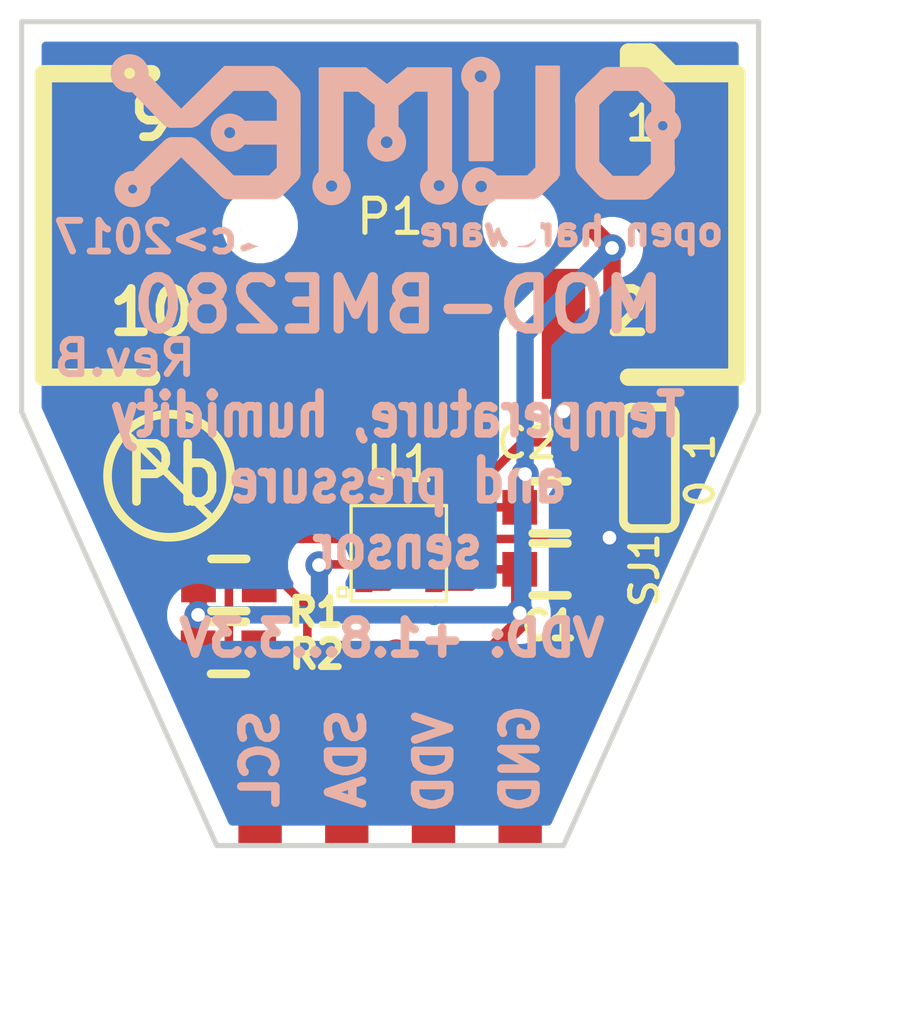
<source format=kicad_pcb>
(kicad_pcb (version 20171130) (host pcbnew 5.1.5+dfsg1-2build2)

  (general
    (thickness 1.6)
    (drawings 17)
    (tracks 100)
    (zones 0)
    (modules 13)
    (nets 12)
  )

  (page A4)
  (layers
    (0 F.Cu signal)
    (31 B.Cu signal)
    (32 B.Adhes user)
    (33 F.Adhes user)
    (34 B.Paste user)
    (35 F.Paste user)
    (36 B.SilkS user)
    (37 F.SilkS user)
    (38 B.Mask user)
    (39 F.Mask user)
    (40 Dwgs.User user)
    (41 Cmts.User user)
    (42 Eco1.User user)
    (43 Eco2.User user)
    (44 Edge.Cuts user)
    (45 Margin user)
    (46 B.CrtYd user)
    (47 F.CrtYd user)
    (48 B.Fab user)
    (49 F.Fab user)
  )

  (setup
    (last_trace_width 0.25)
    (user_trace_width 0.508)
    (user_trace_width 1.27)
    (trace_clearance 0.2)
    (zone_clearance 0.508)
    (zone_45_only no)
    (trace_min 0.2)
    (via_size 0.8)
    (via_drill 0.4)
    (via_min_size 0.4)
    (via_min_drill 0.3)
    (uvia_size 0.3)
    (uvia_drill 0.1)
    (uvias_allowed no)
    (uvia_min_size 0.2)
    (uvia_min_drill 0.1)
    (edge_width 0.15)
    (segment_width 0.2)
    (pcb_text_width 0.3)
    (pcb_text_size 1.5 1.5)
    (mod_edge_width 0.15)
    (mod_text_size 1 1)
    (mod_text_width 0.15)
    (pad_size 1.524 1.524)
    (pad_drill 0.762)
    (pad_to_mask_clearance 0.2)
    (aux_axis_origin 0 0)
    (visible_elements FFFFFF7F)
    (pcbplotparams
      (layerselection 0x010f8_ffffffff)
      (usegerberextensions false)
      (usegerberattributes false)
      (usegerberadvancedattributes false)
      (creategerberjobfile false)
      (excludeedgelayer true)
      (linewidth 0.600000)
      (plotframeref false)
      (viasonmask false)
      (mode 1)
      (useauxorigin false)
      (hpglpennumber 1)
      (hpglpenspeed 20)
      (hpglpendiameter 15.000000)
      (psnegative false)
      (psa4output false)
      (plotreference true)
      (plotvalue false)
      (plotinvisibletext false)
      (padsonsilk false)
      (subtractmaskfromsilk false)
      (outputformat 1)
      (mirror false)
      (drillshape 0)
      (scaleselection 1)
      (outputdirectory "gerbers/"))
  )

  (net 0 "")
  (net 1 "Net-(C1-Pad1)")
  (net 2 GND)
  (net 3 "Net-(P1-Pad3)")
  (net 4 "Net-(P1-Pad4)")
  (net 5 "Net-(P1-Pad7)")
  (net 6 "Net-(P1-Pad8)")
  (net 7 "Net-(P1-Pad9)")
  (net 8 "Net-(P1-Pad10)")
  (net 9 /SCL)
  (net 10 /SDA)
  (net 11 "Net-(SJ1-Pad2)")

  (net_class Default "This is the default net class."
    (clearance 0.2)
    (trace_width 0.25)
    (via_dia 0.8)
    (via_drill 0.4)
    (uvia_dia 0.3)
    (uvia_drill 0.1)
    (add_net /SCL)
    (add_net /SDA)
    (add_net GND)
    (add_net "Net-(C1-Pad1)")
    (add_net "Net-(P1-Pad10)")
    (add_net "Net-(P1-Pad3)")
    (add_net "Net-(P1-Pad4)")
    (add_net "Net-(P1-Pad7)")
    (add_net "Net-(P1-Pad8)")
    (add_net "Net-(P1-Pad9)")
    (add_net "Net-(SJ1-Pad2)")
  )

  (module OLIMEX_Connectors-FP:GBH-254-SMT-10_Smaller (layer F.Cu) (tedit 5CBD763F) (tstamp 5874C009)
    (at 105.41 72.643222)
    (path /59B630E2)
    (solder_paste_margin 0.127)
    (attr smd)
    (fp_text reference P1 (at 0 -0.253222) (layer F.SilkS)
      (effects (font (size 1 1) (thickness 0.15)))
    )
    (fp_text value Conn_02x05_Odd_Even (at 6.35 6.985) (layer F.Fab)
      (effects (font (size 1 1) (thickness 0.15)))
    )
    (fp_line (start 7.62 -5.08) (end 8.255 -4.445) (layer F.SilkS) (width 0.508))
    (fp_line (start 7.3025 -5.08) (end 7.3025 -4.445) (layer F.SilkS) (width 0.508))
    (fp_line (start 6.985 -5.08) (end 6.985 -4.445) (layer F.SilkS) (width 0.508))
    (fp_line (start 7.62 -5.08) (end 7.62 -4.445) (layer F.SilkS) (width 0.508))
    (fp_line (start 7.62 -5.08) (end 6.985 -5.08) (layer F.SilkS) (width 0.508))
    (fp_text user 10 (at -6.985 2.54) (layer F.SilkS)
      (effects (font (size 1.27 1.27) (thickness 0.254)))
    )
    (fp_text user 9 (at -6.985 -3.175) (layer F.SilkS)
      (effects (font (size 1.27 1.27) (thickness 0.254)))
    )
    (fp_text user 2 (at 6.985 2.54) (layer F.SilkS)
      (effects (font (size 1.27 1.27) (thickness 0.254)))
    )
    (fp_text user 1 (at 7.366 -2.9845) (layer F.SilkS)
      (effects (font (size 1 1) (thickness 0.15)))
    )
    (fp_line (start -10.16 -4.445) (end -6.985 -4.445) (layer F.SilkS) (width 0.508))
    (fp_line (start 10.16 -4.445) (end 6.985 -4.445) (layer F.SilkS) (width 0.508))
    (fp_line (start 6.985 4.445) (end 10.16 4.445) (layer F.SilkS) (width 0.508))
    (fp_line (start -10.16 4.445) (end -6.985 4.445) (layer F.SilkS) (width 0.508))
    (fp_line (start -10.16 -4.445) (end -10.16 4.445) (layer F.SilkS) (width 0.508))
    (fp_line (start 10.16 -4.445) (end 10.16 4.445) (layer F.SilkS) (width 0.508))
    (pad 11 smd trapezoid (at 5.08 -3.175) (size 1.7 3.81) (layers F.Paste))
    (pad 11 smd trapezoid (at 2.54 -3.175) (size 1.7 3.81) (layers F.Paste))
    (pad 11 smd trapezoid (at 0 -3.175) (size 1.7 3.81) (layers F.Paste))
    (pad 11 smd trapezoid (at -2.54 -3.175) (size 1.7 3.81) (layers F.Paste))
    (pad 11 smd trapezoid (at -5.08 -3.175) (size 1.7 3.81) (layers F.Paste))
    (pad 1 smd rect (at 5.08 -3.175) (size 1.27 3.81) (layers F.Cu F.Mask)
      (net 1 "Net-(C1-Pad1)") (solder_mask_margin 0.0508) (solder_paste_margin 0.127) (clearance 0.0508))
    (pad 2 smd rect (at 5.08 3.175) (size 1.27 3.81) (layers F.Cu F.Mask)
      (net 2 GND) (solder_mask_margin 0.0508) (solder_paste_margin 0.127) (clearance 0.0508))
    (pad 3 smd rect (at 2.54 -3.175) (size 1.27 3.81) (layers F.Cu F.Mask)
      (net 3 "Net-(P1-Pad3)") (solder_mask_margin 0.0508) (solder_paste_margin 0.127) (clearance 0.0508))
    (pad 4 smd rect (at 2.54 3.175) (size 1.27 3.81) (layers F.Cu F.Mask)
      (net 4 "Net-(P1-Pad4)") (solder_mask_margin 0.0508) (solder_paste_margin 0.127) (clearance 0.0508))
    (pad 5 smd rect (at 0 -3.175) (size 1.27 3.81) (layers F.Cu F.Mask)
      (net 9 /SCL) (solder_mask_margin 0.0508) (solder_paste_margin 0.127) (clearance 0.0508))
    (pad 6 smd rect (at 0 3.175) (size 1.27 3.81) (layers F.Cu F.Mask)
      (net 10 /SDA) (solder_mask_margin 0.0508) (solder_paste_margin 0.127) (clearance 0.0508))
    (pad 7 smd rect (at -2.54 -3.175) (size 1.27 3.81) (layers F.Cu F.Mask)
      (net 5 "Net-(P1-Pad7)") (solder_mask_margin 0.0508) (solder_paste_margin 0.127) (clearance 0.0508))
    (pad 8 smd rect (at -2.54 3.175) (size 1.27 3.81) (layers F.Cu F.Mask)
      (net 6 "Net-(P1-Pad8)") (solder_mask_margin 0.0508) (solder_paste_margin 0.127) (clearance 0.0508))
    (pad 9 smd rect (at -5.08 -3.175) (size 1.27 3.81) (layers F.Cu F.Mask)
      (net 7 "Net-(P1-Pad9)") (solder_mask_margin 0.0508) (solder_paste_margin 0.127) (clearance 0.0508))
    (pad 10 smd rect (at -5.08 3.175) (size 1.27 3.81) (layers F.Cu F.Mask)
      (net 8 "Net-(P1-Pad10)") (solder_mask_margin 0.0508) (solder_paste_margin 0.127) (clearance 0.0508))
    (pad "" np_thru_hole circle (at -3.81 0) (size 1.2 1.2) (drill 1.2) (layers *.Cu *.Mask)
      (solder_mask_margin 0.0508))
    (pad "" np_thru_hole circle (at 3.81 0) (size 1.2 1.2) (drill 1.2) (layers *.Cu *.Mask)
      (solder_mask_margin 0.0508))
    (pad 11 smd trapezoid (at -5.08 3.175) (size 1.7 3.81) (layers F.Paste))
    (pad 11 smd trapezoid (at -2.54 3.175) (size 1.7 3.81) (layers F.Paste))
    (pad 11 smd trapezoid (at 0 3.175) (size 1.7 3.81) (layers F.Paste))
    (pad 11 smd trapezoid (at 2.54 3.175) (size 1.7 3.81) (layers F.Paste))
    (pad 11 smd trapezoid (at 5.08 3.175) (size 1.7 3.81) (layers F.Paste))
    (model ${KISYS3DMOD}/UEXT-SMD.STEP
      (offset (xyz 0 0 1.27))
      (scale (xyz 1 1 1))
      (rotate (xyz -90 0 180))
    )
  )

  (module BME280 (layer F.Cu) (tedit 5964A7FF) (tstamp 59655EA8)
    (at 105.664 82.2452 180)
    (path /59648E20)
    (fp_text reference U1 (at -0.0471 2.611 180) (layer F.SilkS)
      (effects (font (size 1 1) (thickness 0.15)))
    )
    (fp_text value BME280 (at 0 -12.954 180) (layer F.Fab)
      (effects (font (size 1 1) (thickness 0.15)))
    )
    (fp_line (start -1.25 -1.25) (end 1.25 -1.25) (layer F.Fab) (width 0.1))
    (fp_line (start 1.25 -1.25) (end 1.25 1.25) (layer F.Fab) (width 0.1))
    (fp_line (start 1.25 1.25) (end -1.25 1.25) (layer F.Fab) (width 0.1))
    (fp_line (start -1.25 1.25) (end -1.25 -1.25) (layer F.Fab) (width 0.1))
    (fp_line (start 1.524 -1.27) (end 1.524 -1.016) (layer F.SilkS) (width 0.1))
    (fp_line (start 1.524 -1.016) (end 1.778 -1.016) (layer F.SilkS) (width 0.1))
    (fp_line (start 1.778 -1.016) (end 1.778 -1.27) (layer F.SilkS) (width 0.1))
    (fp_line (start 1.778 -1.27) (end 1.524 -1.27) (layer F.SilkS) (width 0.1))
    (fp_line (start -1.397 -1.397) (end 1.397 -1.397) (layer F.SilkS) (width 0.1))
    (fp_line (start 1.397 -1.397) (end 1.397 1.397) (layer F.SilkS) (width 0.1))
    (fp_line (start 1.397 1.397) (end -1.397 1.397) (layer F.SilkS) (width 0.1))
    (fp_line (start -1.397 1.397) (end -1.397 -1.397) (layer F.SilkS) (width 0.1))
    (pad 1 smd rect (at 1.025 -0.975 180) (size 0.5 0.325) (layers F.Cu F.Paste F.Mask)
      (net 2 GND) (solder_mask_margin 0.05))
    (pad 2 smd rect (at 1.025 -0.325 180) (size 0.5 0.325) (layers F.Cu F.Paste F.Mask)
      (net 1 "Net-(C1-Pad1)") (solder_mask_margin 0.05))
    (pad 3 smd rect (at 1.025 0.325 180) (size 0.5 0.325) (layers F.Cu F.Paste F.Mask)
      (net 10 /SDA) (solder_mask_margin 0.05))
    (pad 4 smd rect (at 1.025 0.975 180) (size 0.5 0.325) (layers F.Cu F.Paste F.Mask)
      (net 9 /SCL) (solder_mask_margin 0.05))
    (pad 5 smd rect (at -1.025 0.975 180) (size 0.5 0.325) (layers F.Cu F.Paste F.Mask)
      (net 11 "Net-(SJ1-Pad2)") (solder_mask_margin 0.05))
    (pad 6 smd rect (at -1.025 0.325 180) (size 0.5 0.325) (layers F.Cu F.Paste F.Mask)
      (net 1 "Net-(C1-Pad1)") (solder_mask_margin 0.05))
    (pad 7 smd rect (at -1.025 -0.325 180) (size 0.5 0.325) (layers F.Cu F.Paste F.Mask)
      (net 2 GND) (solder_mask_margin 0.05))
    (pad 8 smd rect (at -1.025 -0.975 180) (size 0.5 0.325) (layers F.Cu F.Paste F.Mask)
      (net 1 "Net-(C1-Pad1)") (solder_mask_margin 0.05))
  )

  (module OLIMEX_LOGOs-FP:LOGO_PBFREE (layer F.Cu) (tedit 553A2F23) (tstamp 5874C1B5)
    (at 99.1362 80.2894)
    (fp_text reference "" (at -0.2794 -3.52552) (layer F.Fab)
      (effects (font (size 1 1) (thickness 0.15)))
    )
    (fp_text value "" (at 0.05588 3.15214) (layer F.Fab)
      (effects (font (size 1 1) (thickness 0.15)))
    )
    (fp_circle (center -0.2032 -0.31496) (end 0.90678 -1.73482) (layer F.SilkS) (width 0.254))
    (fp_line (start -1.36398 -1.47828) (end 1.06934 0.94234) (layer F.SilkS) (width 0.2))
    (fp_text user Pb (at -0.08636 -0.33528) (layer F.SilkS)
      (effects (font (size 1.7 1.5) (thickness 0.254)))
    )
  )

  (module OLIMEX_Connectors-FP:SIP4_SMD (layer F.Cu) (tedit 5874BE03) (tstamp 5874C011)
    (at 105.41 88.9 180)
    (path /59B63183)
    (attr smd)
    (fp_text reference P2 (at 0 -3.175 180) (layer F.SilkS) hide
      (effects (font (size 1 1) (thickness 0.15)))
    )
    (fp_text value Conn_01x04 (at 3.175 3.175 180) (layer F.Fab)
      (effects (font (size 1 1) (thickness 0.15)))
    )
    (pad 1 smd rect (at -3.81 0 180) (size 1.27 3.81) (layers F.Cu F.Mask)
      (net 2 GND) (solder_mask_margin 0.0508) (solder_paste_margin -0.0508) (clearance 0.0508))
    (pad 2 smd rect (at -1.27 0 180) (size 1.27 3.81) (layers F.Cu F.Mask)
      (net 1 "Net-(C1-Pad1)") (solder_mask_margin 0.0508) (solder_paste_margin -0.0508) (clearance 0.0508))
    (pad 3 smd rect (at 1.27 0 180) (size 1.27 3.81) (layers F.Cu F.Mask)
      (net 10 /SDA) (solder_mask_margin 0.0508) (solder_paste_margin -0.0508) (clearance 0.0508))
    (pad 4 smd rect (at 3.81 0 180) (size 1.27 3.81) (layers F.Cu F.Mask)
      (net 9 /SCL) (solder_mask_margin 0.0508) (solder_paste_margin -0.0508) (clearance 0.0508))
  )

  (module OLIMEX_LOGOs-FP:OLIMEX_LOGO_TB (layer B.Cu) (tedit 5530FAE4) (tstamp 5874C10C)
    (at 105.41 69.85 180)
    (fp_text reference "" (at -2.4003 3.0607 180) (layer B.Fab) hide
      (effects (font (size 1 1) (thickness 0.15)) (justify mirror))
    )
    (fp_text value "" (at -1.6637 -3.7084 180) (layer B.Fab) hide
      (effects (font (size 1 1) (thickness 0.15)) (justify mirror))
    )
    (fp_circle (center -7.9883 0.127) (end -7.6708 0.2413) (layer B.SilkS) (width 0.4))
    (fp_line (start -8.001 0.9017) (end -7.493 1.4097) (layer B.SilkS) (width 0.7))
    (fp_line (start -6.4008 1.4859) (end -5.7658 0.8763) (layer B.SilkS) (width 0.7))
    (fp_line (start -5.7912 -1.0795) (end -6.35 -1.6637) (layer B.SilkS) (width 0.7))
    (fp_line (start -4.1656 -1.6764) (end -4.6228 -1.2192) (layer B.SilkS) (width 0.7))
    (fp_line (start -3.1798 -1.6764) (end -4.1656 -1.6764) (layer B.SilkS) (width 0.7))
    (fp_circle (center -2.667 -1.651) (end -2.4638 -1.3462) (layer B.SilkS) (width 0.4))
    (fp_line (start -2.667 1.0414) (end -2.667 -0.5588) (layer B.SilkS) (width 0.7))
    (fp_circle (center -2.6543 1.5748) (end -2.54 1.9304) (layer B.SilkS) (width 0.4))
    (fp_circle (center -1.4351 -1.6256) (end -1.1938 -1.3589) (layer B.SilkS) (width 0.4))
    (fp_line (start -1.4478 -1.1176) (end -1.4478 1.4732) (layer B.SilkS) (width 0.7))
    (fp_line (start -1.4478 1.4732) (end -0.6096 1.4732) (layer B.SilkS) (width 0.7))
    (fp_line (start -0.6096 1.4732) (end 0 0.9652) (layer B.SilkS) (width 0.7))
    (fp_line (start 0.1016 0.1778) (end 0.1016 0.889) (layer B.SilkS) (width 0.7))
    (fp_line (start 0.1778 0.9652) (end 0.8128 1.4732) (layer B.SilkS) (width 0.7))
    (fp_circle (center 0.1016 -0.3556) (end 0.3302 -0.0635) (layer B.SilkS) (width 0.4))
    (fp_line (start 0.8128 1.4732) (end 1.7018 1.4732) (layer B.SilkS) (width 0.7))
    (fp_circle (center 1.7145 -1.6383) (end 1.9304 -1.3462) (layer B.SilkS) (width 0.4))
    (fp_circle (center 7.5438 -1.7272) (end 7.8359 -1.5748) (layer B.SilkS) (width 0.4))
    (fp_line (start 7.2136 -1.3716) (end 6.3754 -0.5588) (layer B.SilkS) (width 0.7))
    (fp_line (start 5.8674 -0.4572) (end 6.4008 -0.4572) (layer B.SilkS) (width 0.5))
    (fp_line (start 4.7244 -1.6764) (end 5.8674 -0.5588) (layer B.SilkS) (width 0.7))
    (fp_line (start 3.4036 -1.6764) (end 4.7244 -1.6764) (layer B.SilkS) (width 0.7))
    (fp_line (start 2.9718 -1.2446) (end 3.4036 -1.6764) (layer B.SilkS) (width 0.7))
    (fp_line (start 2.9718 0.9906) (end 2.9718 -1.2446) (layer B.SilkS) (width 0.7))
    (fp_line (start 2.9718 1.016) (end 3.4544 1.524) (layer B.SilkS) (width 0.7))
    (fp_line (start 3.5025 1.4986) (end 4.7244 1.4986) (layer B.SilkS) (width 0.7))
    (fp_line (start 4.7244 1.4986) (end 5.8166 0.4318) (layer B.SilkS) (width 0.7))
    (fp_line (start 5.842 0.3175) (end 6.4008 0.3175) (layer B.SilkS) (width 0.5))
    (fp_line (start 7.2644 1.3081) (end 6.4008 0.4144) (layer B.SilkS) (width 0.7))
    (fp_circle (center 7.6327 1.6637) (end 7.9375 1.8542) (layer B.SilkS) (width 0.4))
    (fp_line (start 4.191 -0.0762) (end 2.9718 -0.0762) (layer B.SilkS) (width 0.7))
    (fp_circle (center 4.699 -0.0762) (end 4.9657 0.1651) (layer B.SilkS) (width 0.4))
    (fp_line (start -7.4295 -1.6891) (end -6.3881 -1.6891) (layer B.SilkS) (width 0.7))
    (fp_line (start -7.9883 -1.1303) (end -7.9883 -0.3683) (layer B.SilkS) (width 0.7))
    (fp_line (start -8.001 -1.1176) (end -7.4168 -1.6891) (layer B.SilkS) (width 0.7))
    (fp_line (start -8.001 0.8509) (end -8.001 0.6096) (layer B.SilkS) (width 0.7))
    (fp_line (start -5.7785 0.889) (end -5.7785 -1.0414) (layer B.SilkS) (width 0.7))
    (fp_line (start -6.4008 1.4986) (end -7.4041 1.4986) (layer B.SilkS) (width 0.7))
    (fp_line (start 1.7145 1.4859) (end 1.7145 -1.1176) (layer B.SilkS) (width 0.7))
    (fp_line (start -4.6228 -1.2319) (end -4.6228 1.4986) (layer B.SilkS) (width 0.7))
    (fp_line (start -4.6228 1.8415) (end -4.9022 1.8415) (layer B.SilkS) (width 0.1))
    (fp_line (start -4.9276 1.8415) (end -4.9276 -1.3081) (layer B.SilkS) (width 0.1))
    (fp_line (start -4.9149 1.8415) (end -4.9276 1.8415) (layer B.SilkS) (width 0.1))
    (fp_line (start -4.9022 1.8415) (end -4.9149 1.8415) (layer B.SilkS) (width 0.1))
    (fp_line (start -4.7879 1.7526) (end -4.8514 1.7653) (layer B.SilkS) (width 0.1))
    (fp_line (start -4.3053 1.8415) (end -4.3053 -1.1938) (layer B.SilkS) (width 0.1))
    (fp_line (start -4.6101 1.8415) (end -4.3053 1.8415) (layer B.SilkS) (width 0.1))
    (fp_line (start -4.4831 1.7653) (end -4.3688 1.7653) (layer B.SilkS) (width 0.1))
    (fp_line (start -2.9845 1.1557) (end -2.9845 -0.8636) (layer B.SilkS) (width 0.1))
    (fp_line (start -2.3495 -0.8636) (end -2.3495 1.1557) (layer B.SilkS) (width 0.1))
    (fp_line (start -2.3749 -0.8636) (end -2.3495 -0.8636) (layer B.SilkS) (width 0.1))
    (fp_line (start -2.9845 -0.8636) (end -2.3749 -0.8636) (layer B.SilkS) (width 0.1))
    (fp_line (start -2.8448 -0.8001) (end -2.9083 -0.8001) (layer B.SilkS) (width 0.1))
    (fp_line (start -2.5019 -0.8001) (end -2.413 -0.8001) (layer B.SilkS) (width 0.1))
    (fp_line (start -1.7653 -1.2065) (end -1.7653 1.778) (layer B.SilkS) (width 0.1))
    (fp_line (start -0.5207 1.7907) (end 0.0635 1.3081) (layer B.SilkS) (width 0.1))
    (fp_line (start -1.7653 1.7907) (end -0.5207 1.7907) (layer B.SilkS) (width 0.1))
    (fp_line (start -1.6129 1.7272) (end -1.6891 1.7272) (layer B.SilkS) (width 0.1))
    (fp_line (start 2.0447 -1.2319) (end 2.0447 1.778) (layer B.SilkS) (width 0.1))
    (fp_line (start 0.7239 1.7907) (end 0.1016 1.2954) (layer B.SilkS) (width 0.1))
    (fp_line (start 0.7493 1.7907) (end 0.7239 1.7907) (layer B.SilkS) (width 0.1))
    (fp_line (start 2.0447 1.7907) (end 0.7493 1.7907) (layer B.SilkS) (width 0.1))
    (fp_line (start 2.0447 1.778) (end 2.0447 1.7907) (layer B.SilkS) (width 0.1))
    (fp_line (start 1.8923 1.7145) (end 1.9939 1.7145) (layer B.SilkS) (width 0.1))
    (fp_line (start 4.8387 1.8288) (end 6.096 0.5842) (layer B.SilkS) (width 0.1))
    (fp_line (start 4.7879 1.8288) (end 4.8387 1.8288) (layer B.SilkS) (width 0.1))
    (fp_line (start 3.4163 1.8288) (end 4.7879 1.8288) (layer B.SilkS) (width 0.1))
  )

  (module OLIMEX_Other-FP:Fiducial1x3_transp (layer F.Cu) (tedit 5540CDCA) (tstamp 5874C0FF)
    (at 113.538 71.882)
    (attr virtual)
    (fp_text reference "" (at 0 3) (layer F.SilkS)
      (effects (font (size 1 1) (thickness 0.15)))
    )
    (fp_text value "" (at 0 -3) (layer F.Fab)
      (effects (font (size 1 1) (thickness 0.15)))
    )
    (fp_circle (center 0 0) (end 1.5 0) (layer Dwgs.User) (width 0.254))
    (pad Fid1 connect circle (at 0 0) (size 1 1) (layers F.Cu F.Mask)
      (solder_mask_margin 0.127) (clearance 1.016) (zone_connect 0))
  )

  (module OLIMEX_Other-FP:Fiducial1x3_transp (layer F.Cu) (tedit 5540CDCA) (tstamp 5874C0FE)
    (at 105.5878 85.2678)
    (attr virtual)
    (fp_text reference "" (at 0 3) (layer F.SilkS)
      (effects (font (size 1 1) (thickness 0.15)))
    )
    (fp_text value "" (at 0 -3) (layer F.Fab)
      (effects (font (size 1 1) (thickness 0.15)))
    )
    (fp_circle (center 0 0) (end 1.5 0) (layer Dwgs.User) (width 0.254))
    (pad Fid1 connect circle (at 0 0) (size 1 1) (layers F.Cu F.Mask)
      (solder_mask_margin 0.127) (clearance 1.016) (zone_connect 0))
  )

  (module OLIMEX_Other-FP:Fiducial1x3_transp (layer F.Cu) (tedit 5540CDCA) (tstamp 5874C0FD)
    (at 97.282 70.104)
    (attr virtual)
    (fp_text reference "" (at 0 3) (layer F.SilkS)
      (effects (font (size 1 1) (thickness 0.15)))
    )
    (fp_text value "" (at 0 -3) (layer F.Fab)
      (effects (font (size 1 1) (thickness 0.15)))
    )
    (fp_circle (center 0 0) (end 1.5 0) (layer Dwgs.User) (width 0.254))
    (pad Fid1 connect circle (at 0 0) (size 1 1) (layers F.Cu F.Mask)
      (solder_mask_margin 0.127) (clearance 1.016) (zone_connect 0))
  )

  (module OLIMEX_RLC-FP:C_0603_5MIL_DWS (layer F.Cu) (tedit 5874BDCB) (tstamp 5874BFFB)
    (at 110.0963 82.7151)
    (descr "Resistor SMD 0603, reflow soldering, Vishay (see dcrcw.pdf)")
    (tags "resistor 0603")
    (path /5874A903)
    (attr smd)
    (fp_text reference C1 (at -0.0254 1.651) (layer F.SilkS)
      (effects (font (size 0.8 0.8) (thickness 0.2)))
    )
    (fp_text value 100nF (at 0.127 1.778) (layer F.Fab)
      (effects (font (size 1.27 1.27) (thickness 0.254)))
    )
    (fp_line (start 0.762 -0.381) (end 0 -0.381) (layer F.Fab) (width 0.15))
    (fp_line (start 0.762 0.381) (end 0.762 -0.381) (layer F.Fab) (width 0.15))
    (fp_line (start -0.762 0.381) (end 0.762 0.381) (layer F.Fab) (width 0.15))
    (fp_line (start -0.762 -0.381) (end -0.762 0.381) (layer F.Fab) (width 0.15))
    (fp_line (start 0 -0.381) (end -0.762 -0.381) (layer F.Fab) (width 0.15))
    (fp_line (start 0.508 -0.762) (end 1.651 -0.762) (layer Dwgs.User) (width 0.254))
    (fp_line (start 1.651 -0.762) (end 1.651 0.762) (layer Dwgs.User) (width 0.254))
    (fp_line (start 1.651 0.762) (end 0.508 0.762) (layer Dwgs.User) (width 0.254))
    (fp_line (start -0.508 -0.762) (end -1.651 -0.762) (layer Dwgs.User) (width 0.254))
    (fp_line (start -1.651 -0.762) (end -1.651 0.762) (layer Dwgs.User) (width 0.254))
    (fp_line (start -1.651 0.762) (end -0.508 0.762) (layer Dwgs.User) (width 0.254))
    (fp_line (start -0.508 0.762) (end 0.508 0.762) (layer F.SilkS) (width 0.254))
    (fp_line (start -0.508 -0.762) (end 0.508 -0.762) (layer F.SilkS) (width 0.254))
    (pad 1 smd rect (at -0.889 0) (size 1.016 1.016) (layers F.Cu F.Paste F.Mask)
      (net 1 "Net-(C1-Pad1)") (solder_mask_margin 0.0508) (clearance 0.0508))
    (pad 2 smd rect (at 0.889 0) (size 1.016 1.016) (layers F.Cu F.Paste F.Mask)
      (net 2 GND) (solder_mask_margin 0.0508) (clearance 0.0508))
    (model Resistors_SMD/R_0603.wrl
      (at (xyz 0 0 0))
      (scale (xyz 1 1 1))
      (rotate (xyz 0 0 0))
    )
  )

  (module OLIMEX_RLC-FP:R_0603_5MIL_DWS (layer F.Cu) (tedit 5874BDAE) (tstamp 5874C017)
    (at 100.6729 85.0138)
    (descr "Resistor SMD 0603, reflow soldering, Vishay (see dcrcw.pdf)")
    (tags "resistor 0603")
    (path /5874A929)
    (attr smd)
    (fp_text reference R1 (at 2.5654 -1.0414) (layer F.SilkS)
      (effects (font (size 0.8 0.8) (thickness 0.2)))
    )
    (fp_text value 4.7K (at 0.127 1.778) (layer F.Fab)
      (effects (font (size 1.27 1.27) (thickness 0.254)))
    )
    (fp_line (start 0.762 -0.381) (end 0 -0.381) (layer F.Fab) (width 0.127))
    (fp_line (start 0.762 0.381) (end 0.762 -0.381) (layer F.Fab) (width 0.127))
    (fp_line (start -0.762 0.381) (end 0.762 0.381) (layer F.Fab) (width 0.127))
    (fp_line (start -0.762 -0.381) (end -0.762 0.381) (layer F.Fab) (width 0.127))
    (fp_line (start 0 -0.381) (end -0.762 -0.381) (layer F.Fab) (width 0.127))
    (fp_line (start 0.508 -0.762) (end 1.651 -0.762) (layer Dwgs.User) (width 0.254))
    (fp_line (start 1.651 -0.762) (end 1.651 0.762) (layer Dwgs.User) (width 0.254))
    (fp_line (start 1.651 0.762) (end 0.508 0.762) (layer Dwgs.User) (width 0.254))
    (fp_line (start -0.508 -0.762) (end -1.651 -0.762) (layer Dwgs.User) (width 0.254))
    (fp_line (start -1.651 -0.762) (end -1.651 0.762) (layer Dwgs.User) (width 0.254))
    (fp_line (start -1.651 0.762) (end -0.508 0.762) (layer Dwgs.User) (width 0.254))
    (fp_line (start -0.508 0.762) (end 0.508 0.762) (layer F.SilkS) (width 0.254))
    (fp_line (start -0.508 -0.762) (end 0.508 -0.762) (layer F.SilkS) (width 0.254))
    (pad 1 smd rect (at -0.889 0) (size 1.016 1.016) (layers F.Cu F.Paste F.Mask)
      (net 1 "Net-(C1-Pad1)") (solder_mask_margin 0.0508))
    (pad 2 smd rect (at 0.889 0) (size 1.016 1.016) (layers F.Cu F.Paste F.Mask)
      (net 9 /SCL) (solder_mask_margin 0.0508))
    (model Resistors_SMD/R_0603.wrl
      (at (xyz 0 0 0))
      (scale (xyz 1 1 1))
      (rotate (xyz 0 0 0))
    )
  )

  (module OLIMEX_RLC-FP:R_0603_5MIL_DWS (layer F.Cu) (tedit 5874BDBB) (tstamp 5874C01D)
    (at 100.6856 83.1723)
    (descr "Resistor SMD 0603, reflow soldering, Vishay (see dcrcw.pdf)")
    (tags "resistor 0603")
    (path /5874A969)
    (attr smd)
    (fp_text reference R2 (at 2.5781 2.032) (layer F.SilkS)
      (effects (font (size 0.8 0.8) (thickness 0.2)))
    )
    (fp_text value 4.7K (at 0.127 1.778) (layer F.Fab)
      (effects (font (size 1.27 1.27) (thickness 0.254)))
    )
    (fp_line (start -0.508 -0.762) (end 0.508 -0.762) (layer F.SilkS) (width 0.254))
    (fp_line (start -0.508 0.762) (end 0.508 0.762) (layer F.SilkS) (width 0.254))
    (fp_line (start -1.651 0.762) (end -0.508 0.762) (layer Dwgs.User) (width 0.254))
    (fp_line (start -1.651 -0.762) (end -1.651 0.762) (layer Dwgs.User) (width 0.254))
    (fp_line (start -0.508 -0.762) (end -1.651 -0.762) (layer Dwgs.User) (width 0.254))
    (fp_line (start 1.651 0.762) (end 0.508 0.762) (layer Dwgs.User) (width 0.254))
    (fp_line (start 1.651 -0.762) (end 1.651 0.762) (layer Dwgs.User) (width 0.254))
    (fp_line (start 0.508 -0.762) (end 1.651 -0.762) (layer Dwgs.User) (width 0.254))
    (fp_line (start 0 -0.381) (end -0.762 -0.381) (layer F.Fab) (width 0.127))
    (fp_line (start -0.762 -0.381) (end -0.762 0.381) (layer F.Fab) (width 0.127))
    (fp_line (start -0.762 0.381) (end 0.762 0.381) (layer F.Fab) (width 0.127))
    (fp_line (start 0.762 0.381) (end 0.762 -0.381) (layer F.Fab) (width 0.127))
    (fp_line (start 0.762 -0.381) (end 0 -0.381) (layer F.Fab) (width 0.127))
    (pad 2 smd rect (at 0.889 0) (size 1.016 1.016) (layers F.Cu F.Paste F.Mask)
      (net 10 /SDA) (solder_mask_margin 0.0508))
    (pad 1 smd rect (at -0.889 0) (size 1.016 1.016) (layers F.Cu F.Paste F.Mask)
      (net 1 "Net-(C1-Pad1)") (solder_mask_margin 0.0508))
    (model Resistors_SMD/R_0603.wrl
      (at (xyz 0 0 0))
      (scale (xyz 1 1 1))
      (rotate (xyz 0 0 0))
    )
  )

  (module OLIMEX_RLC-FP:C_0603_5MIL_DWS (layer F.Cu) (tedit 5943B5DA) (tstamp 59655E7E)
    (at 110.0963 80.899)
    (descr "Resistor SMD 0603, reflow soldering, Vishay (see dcrcw.pdf)")
    (tags "resistor 0603")
    (path /5964984B)
    (attr smd)
    (fp_text reference C2 (at -0.6858 -1.8923) (layer F.SilkS)
      (effects (font (size 0.9 0.9) (thickness 0.15)))
    )
    (fp_text value 100nF (at 0.127 1.778) (layer F.Fab)
      (effects (font (size 1.27 1.27) (thickness 0.254)))
    )
    (fp_line (start 0.762 -0.381) (end 0 -0.381) (layer F.Fab) (width 0.15))
    (fp_line (start 0.762 0.381) (end 0.762 -0.381) (layer F.Fab) (width 0.15))
    (fp_line (start -0.762 0.381) (end 0.762 0.381) (layer F.Fab) (width 0.15))
    (fp_line (start -0.762 -0.381) (end -0.762 0.381) (layer F.Fab) (width 0.15))
    (fp_line (start 0 -0.381) (end -0.762 -0.381) (layer F.Fab) (width 0.15))
    (fp_line (start 0.508 -0.762) (end 1.651 -0.762) (layer F.CrtYd) (width 0.254))
    (fp_line (start 1.651 -0.762) (end 1.651 0.762) (layer F.CrtYd) (width 0.254))
    (fp_line (start 1.651 0.762) (end 0.508 0.762) (layer F.CrtYd) (width 0.254))
    (fp_line (start -0.508 -0.762) (end -1.651 -0.762) (layer F.CrtYd) (width 0.254))
    (fp_line (start -1.651 -0.762) (end -1.651 0.762) (layer F.CrtYd) (width 0.254))
    (fp_line (start -1.651 0.762) (end -0.508 0.762) (layer F.CrtYd) (width 0.254))
    (fp_line (start -0.508 0.762) (end 0.508 0.762) (layer F.SilkS) (width 0.254))
    (fp_line (start -0.508 -0.762) (end 0.508 -0.762) (layer F.SilkS) (width 0.254))
    (pad 1 smd rect (at -0.889 0) (size 1.016 1.016) (layers F.Cu F.Paste F.Mask)
      (net 1 "Net-(C1-Pad1)") (solder_mask_margin 0.0508) (clearance 0.0508))
    (pad 2 smd rect (at 0.889 0) (size 1.016 1.016) (layers F.Cu F.Paste F.Mask)
      (net 2 GND) (solder_mask_margin 0.0508) (clearance 0.0508))
    (model Resistors_SMD/R_0603.wrl
      (at (xyz 0 0 0))
      (scale (xyz 1 1 1))
      (rotate (xyz 0 0 0))
    )
  )

  (module OLIMEX_Jumpers-FP:SJ_2_SMALL_12_TIED (layer F.Cu) (tedit 5964A8CA) (tstamp 59655E90)
    (at 113.0046 79.7433 270)
    (path /59649171)
    (attr smd)
    (fp_text reference SJ1 (at 2.9972 0.1397 270) (layer F.SilkS)
      (effects (font (size 0.8 0.8) (thickness 0.15)))
    )
    (fp_text value "SJ2W_Closed(1-2)" (at -0.077105 1.1765 270) (layer F.Fab)
      (effects (font (size 0.5 0.5) (thickness 0.125)))
    )
    (fp_line (start 1.524 0.762) (end -1.524 0.762) (layer F.SilkS) (width 0.254))
    (fp_line (start 1.778 0.508) (end 1.778 -0.508) (layer F.SilkS) (width 0.254))
    (fp_line (start -1.778 0.508) (end -1.778 -0.508) (layer F.SilkS) (width 0.254))
    (fp_line (start -1.524 -0.762) (end 1.524 -0.762) (layer F.SilkS) (width 0.254))
    (fp_line (start -0.5715 -0.48514) (end -0.5715 0.48514) (layer Dwgs.User) (width 0.254))
    (fp_line (start 0.5715 -0.48514) (end 0.5715 0.48514) (layer Dwgs.User) (width 0.254))
    (fp_line (start -1.143 0) (end 0 0) (layer F.Cu) (width 0.508))
    (fp_arc (start 1.524 -0.508) (end 1.524 -0.762) (angle 90) (layer F.SilkS) (width 0.254))
    (fp_arc (start -1.524 -0.508) (end -1.778 -0.508) (angle 90) (layer F.SilkS) (width 0.254))
    (fp_arc (start -1.524 0.508) (end -1.524 0.762) (angle 90) (layer F.SilkS) (width 0.254))
    (fp_arc (start 1.524 0.508) (end 1.778 0.508) (angle 90) (layer F.SilkS) (width 0.254))
    (pad 1 smd rect (at -1.143 0 270) (size 0.762 1.016) (layers F.Cu F.Mask)
      (net 1 "Net-(C1-Pad1)") (solder_mask_margin 0.0508) (solder_paste_margin -0.0508) (clearance 0.0508))
    (pad 2 smd rect (at 0 0 270) (size 0.762 1.016) (layers F.Cu F.Mask)
      (net 11 "Net-(SJ1-Pad2)") (solder_mask_margin 0.0508) (solder_paste_margin -0.0508) (clearance 0.0508))
    (pad 3 smd rect (at 1.143 0 270) (size 0.762 1.016) (layers F.Cu F.Mask)
      (net 2 GND) (solder_mask_margin 0.0508) (solder_paste_margin -0.0508) (clearance 0.0508))
  )

  (gr_text "0 1" (at 114.4905 79.8195 90) (layer F.SilkS)
    (effects (font (size 0.8 0.8) (thickness 0.15)))
  )
  (gr_text "VDD: +1.8...3.3V" (at 105.4608 84.7344) (layer B.SilkS)
    (effects (font (size 1 1) (thickness 0.25)) (justify mirror))
  )
  (gr_text <c>2017 (at 98.806 72.9869) (layer B.SilkS)
    (effects (font (size 0.9 0.9) (thickness 0.2)) (justify mirror))
  )
  (gr_text Rev.B (at 97.6376 76.5302) (layer B.SilkS)
    (effects (font (size 1 1) (thickness 0.2)) (justify mirror))
  )
  (gr_text "open hardware" (at 110.7059 72.8218) (layer B.SilkS)
    (effects (font (size 0.8 0.8) (thickness 0.2)) (justify mirror))
  )
  (gr_text SCL (at 101.6 88.265 90) (layer B.SilkS) (tstamp 5874C1A3)
    (effects (font (size 1 1) (thickness 0.25)) (justify mirror))
  )
  (gr_text SDA (at 104.14 88.265 90) (layer B.SilkS) (tstamp 5874C1A0)
    (effects (font (size 1 1) (thickness 0.25)) (justify mirror))
  )
  (gr_text VDD (at 106.6927 88.3666 90) (layer B.SilkS) (tstamp 5874C19A)
    (effects (font (size 1 1) (thickness 0.25)) (justify mirror))
  )
  (gr_text GND (at 109.22 88.265 90) (layer B.SilkS)
    (effects (font (size 1 1) (thickness 0.25)) (justify mirror))
  )
  (gr_text "Temperature, humidity\nand pressure\nsensor" (at 105.6259 80.1243) (layer B.SilkS)
    (effects (font (size 1.2 1) (thickness 0.25)) (justify mirror))
  )
  (gr_text MOD-BME280 (at 105.6513 74.9808) (layer B.SilkS)
    (effects (font (size 1.5 1.5) (thickness 0.3)) (justify mirror))
  )
  (gr_line (start 94.615 78.105) (end 94.615 66.675) (layer Edge.Cuts) (width 0.15))
  (gr_line (start 100.33 90.805) (end 94.615 78.105) (layer Edge.Cuts) (width 0.15))
  (gr_line (start 110.49 90.805) (end 100.33 90.805) (layer Edge.Cuts) (width 0.15))
  (gr_line (start 116.205 78.105) (end 110.49 90.805) (layer Edge.Cuts) (width 0.15))
  (gr_line (start 116.205 66.675) (end 116.205 78.105) (layer Edge.Cuts) (width 0.15))
  (gr_line (start 94.615 66.675) (end 116.205 66.675) (layer Edge.Cuts) (width 0.15))

  (segment (start 106.689 83.2202) (end 107.7878 83.2202) (width 0.25) (layer F.Cu) (net 1))
  (segment (start 107.7878 83.2202) (end 108.2929 82.7151) (width 0.25) (layer F.Cu) (net 1))
  (segment (start 108.2929 82.7151) (end 109.2073 82.7151) (width 0.25) (layer F.Cu) (net 1))
  (segment (start 109.2073 84.303278) (end 107.095306 86.415272) (width 0.508) (layer F.Cu) (net 1))
  (segment (start 109.2073 82.7151) (end 109.2073 83.9927) (width 0.508) (layer F.Cu) (net 1))
  (segment (start 106.695307 88.884693) (end 106.695307 87.380956) (width 0.508) (layer F.Cu) (net 1))
  (segment (start 106.68 88.9) (end 106.695307 88.884693) (width 0.508) (layer F.Cu) (net 1))
  (segment (start 106.7435 84.0486) (end 106.695307 84.096793) (width 0.508) (layer B.Cu) (net 1))
  (segment (start 107.095306 86.415272) (end 106.695307 86.815271) (width 0.508) (layer F.Cu) (net 1))
  (segment (start 106.695307 87.380956) (end 106.695307 86.815271) (width 0.508) (layer F.Cu) (net 1))
  (segment (start 103.3451 82.5702) (end 103.3272 82.5881) (width 0.25) (layer F.Cu) (net 1))
  (segment (start 104.639 82.5702) (end 103.3451 82.5702) (width 0.25) (layer F.Cu) (net 1))
  (via (at 103.3272 82.5881) (size 0.8) (drill 0.4) (layers F.Cu B.Cu) (net 1))
  (segment (start 103.3399 82.6008) (end 103.3399 84.0486) (width 0.508) (layer B.Cu) (net 1))
  (segment (start 109.364353 79.925753) (end 109.364353 80.741947) (width 0.508) (layer F.Cu) (net 1))
  (segment (start 109.364353 80.741947) (end 109.2073 80.899) (width 0.508) (layer F.Cu) (net 1))
  (segment (start 109.2962 79.8576) (end 109.2962 83.8708) (width 0.508) (layer B.Cu) (net 1))
  (segment (start 109.2962 79.8576) (end 109.364353 79.925753) (width 0.508) (layer B.Cu) (net 1))
  (via (at 109.364353 79.925753) (size 0.8) (drill 0.4) (layers F.Cu B.Cu) (net 1))
  (segment (start 106.7435 84.0486) (end 103.3399 84.0486) (width 0.508) (layer B.Cu) (net 1))
  (segment (start 103.3399 84.0486) (end 100.349585 84.0486) (width 0.508) (layer B.Cu) (net 1))
  (segment (start 109.1184 84.0486) (end 106.7435 84.0486) (width 0.508) (layer B.Cu) (net 1))
  (segment (start 109.2962 83.8708) (end 109.1184 84.0486) (width 0.508) (layer B.Cu) (net 1))
  (segment (start 100.349585 84.0486) (end 99.7839 84.0486) (width 0.508) (layer B.Cu) (net 1))
  (segment (start 113.0046 78.6003) (end 113.0046 77.7113) (width 0.508) (layer F.Cu) (net 1))
  (segment (start 113.0046 77.7113) (end 111.911088 76.617788) (width 0.508) (layer F.Cu) (net 1))
  (segment (start 110.49 71.881222) (end 110.49 69.468222) (width 0.508) (layer F.Cu) (net 1))
  (segment (start 111.911088 76.617788) (end 111.911088 73.30231) (width 0.508) (layer F.Cu) (net 1))
  (segment (start 111.911088 73.30231) (end 110.49 71.881222) (width 0.508) (layer F.Cu) (net 1))
  (segment (start 99.7839 84.0486) (end 99.7839 85.0138) (width 0.508) (layer F.Cu) (net 1))
  (segment (start 99.7839 84.0486) (end 99.7839 83.185) (width 0.508) (layer F.Cu) (net 1))
  (segment (start 99.7839 83.185) (end 99.7966 83.1723) (width 0.508) (layer F.Cu) (net 1))
  (via (at 99.7839 84.0486) (size 0.8) (drill 0.4) (layers F.Cu B.Cu) (net 1))
  (segment (start 106.689 81.9202) (end 107.189 81.9202) (width 0.25) (layer F.Cu) (net 1))
  (segment (start 107.189 81.9202) (end 108.2102 80.899) (width 0.25) (layer F.Cu) (net 1))
  (segment (start 108.2102 80.899) (end 109.2073 80.899) (width 0.25) (layer F.Cu) (net 1))
  (via (at 111.911088 73.30231) (size 0.8) (drill 0.4) (layers F.Cu B.Cu) (net 1))
  (segment (start 109.364353 75.849045) (end 111.911088 73.30231) (width 0.508) (layer B.Cu) (net 1))
  (segment (start 109.364353 79.925753) (end 109.364353 75.849045) (width 0.508) (layer B.Cu) (net 1))
  (segment (start 109.2073 83.9927) (end 109.2073 84.303278) (width 0.508) (layer F.Cu) (net 1) (tstamp 6023861C))
  (via (at 109.2073 83.9927) (size 0.8) (drill 0.4) (layers F.Cu B.Cu) (net 1))
  (segment (start 106.689 82.5702) (end 107.5107 82.5702) (width 0.25) (layer F.Cu) (net 2))
  (segment (start 108.2548 81.8261) (end 110.8543 81.8261) (width 0.25) (layer F.Cu) (net 2))
  (segment (start 107.5107 82.5702) (end 108.2548 81.8261) (width 0.25) (layer F.Cu) (net 2))
  (segment (start 110.8543 81.8261) (end 110.9853 81.9571) (width 0.25) (layer F.Cu) (net 2))
  (segment (start 110.9853 81.657) (end 110.9853 81.788) (width 0.25) (layer F.Cu) (net 2))
  (segment (start 110.9853 81.788) (end 110.9853 81.9571) (width 0.25) (layer F.Cu) (net 2))
  (segment (start 111.8362 81.788) (end 111.270515 81.788) (width 0.508) (layer F.Cu) (net 2))
  (segment (start 111.270515 81.788) (end 110.9853 81.788) (width 0.508) (layer F.Cu) (net 2))
  (segment (start 110.49 78.0923) (end 110.49 80.4418) (width 0.508) (layer B.Cu) (net 2))
  (segment (start 110.49 80.4418) (end 111.8362 81.788) (width 0.508) (layer B.Cu) (net 2))
  (via (at 111.8362 81.788) (size 0.8) (drill 0.4) (layers F.Cu B.Cu) (net 2))
  (segment (start 110.49 75.818222) (end 110.49 78.0923) (width 0.508) (layer F.Cu) (net 2))
  (via (at 110.49 78.0923) (size 0.8) (drill 0.4) (layers F.Cu B.Cu) (net 2))
  (segment (start 110.9853 80.899) (end 112.9919 80.899) (width 0.508) (layer F.Cu) (net 2))
  (segment (start 112.9919 80.899) (end 113.0046 80.8863) (width 0.508) (layer F.Cu) (net 2))
  (segment (start 110.9853 80.899) (end 110.9853 82.7151) (width 0.508) (layer F.Cu) (net 2))
  (segment (start 110.9853 84.4423) (end 109.22 86.2076) (width 0.508) (layer F.Cu) (net 2))
  (segment (start 109.22 86.2076) (end 109.22 88.9) (width 0.508) (layer F.Cu) (net 2))
  (segment (start 110.9853 82.7151) (end 110.9853 84.4423) (width 0.508) (layer F.Cu) (net 2))
  (segment (start 106.689 82.5702) (end 105.9994 82.5702) (width 0.25) (layer F.Cu) (net 2))
  (segment (start 105.9994 82.5702) (end 105.3494 83.2202) (width 0.25) (layer F.Cu) (net 2))
  (segment (start 105.3494 83.2202) (end 105.139 83.2202) (width 0.25) (layer F.Cu) (net 2))
  (segment (start 105.139 83.2202) (end 104.639 83.2202) (width 0.25) (layer F.Cu) (net 2))
  (segment (start 110.9853 80.899) (end 110.9853 81.657) (width 0.25) (layer F.Cu) (net 2))
  (segment (start 110.9853 81.9571) (end 110.9853 82.7151) (width 0.25) (layer F.Cu) (net 2))
  (segment (start 105.41 69.468222) (end 105.41 71.7931) (width 0.508) (layer F.Cu) (net 9))
  (segment (start 104.1019 73.1012) (end 104.1019 80.2132) (width 0.508) (layer F.Cu) (net 9))
  (segment (start 105.41 71.7931) (end 104.1019 73.1012) (width 0.508) (layer F.Cu) (net 9))
  (segment (start 104.2289 81.2702) (end 101.7241 81.2702) (width 0.25) (layer F.Cu) (net 9))
  (segment (start 101.7241 81.2702) (end 100.6856 82.3087) (width 0.25) (layer F.Cu) (net 9))
  (segment (start 100.6856 82.3087) (end 100.6856 84.8955) (width 0.25) (layer F.Cu) (net 9))
  (segment (start 100.6856 84.8955) (end 100.8039 85.0138) (width 0.25) (layer F.Cu) (net 9))
  (segment (start 100.8039 85.0138) (end 101.5619 85.0138) (width 0.25) (layer F.Cu) (net 9))
  (segment (start 104.1019 80.2132) (end 104.1019 81.1432) (width 0.25) (layer F.Cu) (net 9))
  (segment (start 104.1019 81.1432) (end 104.2289 81.2702) (width 0.25) (layer F.Cu) (net 9))
  (segment (start 104.639 81.2702) (end 104.2289 81.2702) (width 0.25) (layer F.Cu) (net 9))
  (segment (start 101.6 88.9) (end 101.6 85.0519) (width 0.508) (layer F.Cu) (net 9))
  (segment (start 101.6 85.0519) (end 101.5619 85.0138) (width 0.508) (layer F.Cu) (net 9))
  (segment (start 104.14 86.233) (end 104.14 86.4743) (width 0.25) (layer F.Cu) (net 10))
  (segment (start 104.14 88.9) (end 104.14 86.4743) (width 0.508) (layer F.Cu) (net 10))
  (segment (start 101.5746 83.1723) (end 102.3326 83.1723) (width 0.25) (layer F.Cu) (net 10))
  (segment (start 102.3326 83.1723) (end 102.9843 83.824) (width 0.25) (layer F.Cu) (net 10))
  (segment (start 102.9843 83.824) (end 102.9843 85.0773) (width 0.25) (layer F.Cu) (net 10))
  (segment (start 102.9843 85.0773) (end 104.14 86.233) (width 0.25) (layer F.Cu) (net 10))
  (segment (start 101.5746 82.4143) (end 101.5746 83.1723) (width 0.25) (layer F.Cu) (net 10))
  (segment (start 104.043798 81.824998) (end 102.163902 81.824998) (width 0.25) (layer F.Cu) (net 10))
  (segment (start 102.163902 81.824998) (end 101.5746 82.4143) (width 0.25) (layer F.Cu) (net 10))
  (segment (start 104.139 81.9202) (end 104.043798 81.824998) (width 0.25) (layer F.Cu) (net 10))
  (segment (start 104.639 81.9202) (end 104.139 81.9202) (width 0.25) (layer F.Cu) (net 10))
  (segment (start 105.41 80.2386) (end 105.41 81.6492) (width 0.25) (layer F.Cu) (net 10))
  (segment (start 105.41 75.818222) (end 105.41 78.231222) (width 0.508) (layer F.Cu) (net 10))
  (segment (start 105.41 78.231222) (end 105.41 80.2386) (width 0.508) (layer F.Cu) (net 10))
  (segment (start 105.41 81.6492) (end 105.139 81.9202) (width 0.25) (layer F.Cu) (net 10))
  (segment (start 105.139 81.9202) (end 104.639 81.9202) (width 0.25) (layer F.Cu) (net 10))
  (segment (start 106.689 81.2702) (end 106.9946 81.2702) (width 0.25) (layer F.Cu) (net 11))
  (segment (start 109.2708 78.994) (end 111.4973 78.994) (width 0.25) (layer F.Cu) (net 11))
  (segment (start 106.9946 81.2702) (end 109.2708 78.994) (width 0.25) (layer F.Cu) (net 11))
  (segment (start 111.4973 78.994) (end 112.2466 79.7433) (width 0.25) (layer F.Cu) (net 11))
  (segment (start 112.2466 79.7433) (end 113.0046 79.7433) (width 0.25) (layer F.Cu) (net 11))

  (zone (net 2) (net_name GND) (layer B.Cu) (tstamp 0) (hatch edge 0.508)
    (connect_pads (clearance 0.508))
    (min_thickness 0.254)
    (fill yes (arc_segments 16) (thermal_gap 0.508) (thermal_bridge_width 0.508))
    (polygon
      (pts
        (xy 93.98 66.04) (xy 116.84 66.04) (xy 116.84 91.44) (xy 93.98 91.44)
      )
    )
    (filled_polygon
      (pts
        (xy 115.495001 77.952606) (xy 110.030925 90.095) (xy 100.789076 90.095) (xy 98.022323 83.946661) (xy 98.7489 83.946661)
        (xy 98.7489 84.150539) (xy 98.788674 84.350498) (xy 98.866695 84.538856) (xy 98.979963 84.708374) (xy 99.124126 84.852537)
        (xy 99.293644 84.965805) (xy 99.482002 85.043826) (xy 99.681961 85.0836) (xy 99.885839 85.0836) (xy 100.085798 85.043826)
        (xy 100.274156 84.965805) (xy 100.316368 84.9376) (xy 103.296233 84.9376) (xy 103.3399 84.941901) (xy 103.383567 84.9376)
        (xy 106.404568 84.9376) (xy 106.521033 84.972929) (xy 106.695307 84.990093) (xy 106.869581 84.972929) (xy 106.986046 84.9376)
        (xy 108.783905 84.9376) (xy 108.905402 84.987926) (xy 109.105361 85.0277) (xy 109.309239 85.0277) (xy 109.509198 84.987926)
        (xy 109.697556 84.909905) (xy 109.867074 84.796637) (xy 110.011237 84.652474) (xy 110.124505 84.482956) (xy 110.202526 84.294598)
        (xy 110.2423 84.094639) (xy 110.2423 83.890761) (xy 110.202526 83.690802) (xy 110.1852 83.648974) (xy 110.1852 80.560219)
        (xy 110.281558 80.416009) (xy 110.359579 80.227651) (xy 110.399353 80.027692) (xy 110.399353 79.823814) (xy 110.359579 79.623855)
        (xy 110.281558 79.435497) (xy 110.253353 79.393285) (xy 110.253353 76.21728) (xy 112.163194 74.30744) (xy 112.212986 74.297536)
        (xy 112.401344 74.219515) (xy 112.570862 74.106247) (xy 112.715025 73.962084) (xy 112.828293 73.792566) (xy 112.906314 73.604208)
        (xy 112.946088 73.404249) (xy 112.946088 73.200371) (xy 112.906314 73.000412) (xy 112.828293 72.812054) (xy 112.715025 72.642536)
        (xy 112.570862 72.498373) (xy 112.401344 72.385105) (xy 112.212986 72.307084) (xy 112.013027 72.26731) (xy 111.809149 72.26731)
        (xy 111.60919 72.307084) (xy 111.420832 72.385105) (xy 111.251314 72.498373) (xy 111.107151 72.642536) (xy 110.993883 72.812054)
        (xy 110.915862 73.000412) (xy 110.905958 73.050204) (xy 108.766612 75.189551) (xy 108.732695 75.217386) (xy 108.70486 75.251303)
        (xy 108.704858 75.251305) (xy 108.621601 75.352754) (xy 108.539051 75.507193) (xy 108.488217 75.674771) (xy 108.471053 75.849045)
        (xy 108.475354 75.892715) (xy 108.475353 79.393285) (xy 108.447148 79.435497) (xy 108.369127 79.623855) (xy 108.329353 79.823814)
        (xy 108.329353 80.027692) (xy 108.369127 80.227651) (xy 108.4072 80.319567) (xy 108.407201 83.1596) (xy 106.787159 83.1596)
        (xy 106.743499 83.1553) (xy 106.699839 83.1596) (xy 104.2289 83.1596) (xy 104.2289 83.101561) (xy 104.244405 83.078356)
        (xy 104.322426 82.889998) (xy 104.3622 82.690039) (xy 104.3622 82.486161) (xy 104.322426 82.286202) (xy 104.244405 82.097844)
        (xy 104.131137 81.928326) (xy 103.986974 81.784163) (xy 103.817456 81.670895) (xy 103.629098 81.592874) (xy 103.429139 81.5531)
        (xy 103.225261 81.5531) (xy 103.025302 81.592874) (xy 102.836944 81.670895) (xy 102.667426 81.784163) (xy 102.523263 81.928326)
        (xy 102.409995 82.097844) (xy 102.331974 82.286202) (xy 102.2922 82.486161) (xy 102.2922 82.690039) (xy 102.331974 82.889998)
        (xy 102.409995 83.078356) (xy 102.4509 83.139575) (xy 102.4509 83.1596) (xy 100.316368 83.1596) (xy 100.274156 83.131395)
        (xy 100.085798 83.053374) (xy 99.885839 83.0136) (xy 99.681961 83.0136) (xy 99.482002 83.053374) (xy 99.293644 83.131395)
        (xy 99.124126 83.244663) (xy 98.979963 83.388826) (xy 98.866695 83.558344) (xy 98.788674 83.746702) (xy 98.7489 83.946661)
        (xy 98.022323 83.946661) (xy 95.325 77.952612) (xy 95.325 72.521585) (xy 100.365 72.521585) (xy 100.365 72.764859)
        (xy 100.41246 73.003458) (xy 100.505557 73.228214) (xy 100.640713 73.430489) (xy 100.812733 73.602509) (xy 101.015008 73.737665)
        (xy 101.239764 73.830762) (xy 101.478363 73.878222) (xy 101.721637 73.878222) (xy 101.960236 73.830762) (xy 102.184992 73.737665)
        (xy 102.387267 73.602509) (xy 102.559287 73.430489) (xy 102.694443 73.228214) (xy 102.78754 73.003458) (xy 102.835 72.764859)
        (xy 102.835 72.521585) (xy 107.985 72.521585) (xy 107.985 72.764859) (xy 108.03246 73.003458) (xy 108.125557 73.228214)
        (xy 108.260713 73.430489) (xy 108.432733 73.602509) (xy 108.635008 73.737665) (xy 108.859764 73.830762) (xy 109.098363 73.878222)
        (xy 109.341637 73.878222) (xy 109.580236 73.830762) (xy 109.804992 73.737665) (xy 110.007267 73.602509) (xy 110.179287 73.430489)
        (xy 110.314443 73.228214) (xy 110.40754 73.003458) (xy 110.455 72.764859) (xy 110.455 72.521585) (xy 110.40754 72.282986)
        (xy 110.314443 72.05823) (xy 110.179287 71.855955) (xy 110.007267 71.683935) (xy 109.804992 71.548779) (xy 109.580236 71.455682)
        (xy 109.341637 71.408222) (xy 109.098363 71.408222) (xy 108.859764 71.455682) (xy 108.635008 71.548779) (xy 108.432733 71.683935)
        (xy 108.260713 71.855955) (xy 108.125557 72.05823) (xy 108.03246 72.282986) (xy 107.985 72.521585) (xy 102.835 72.521585)
        (xy 102.78754 72.282986) (xy 102.694443 72.05823) (xy 102.559287 71.855955) (xy 102.387267 71.683935) (xy 102.184992 71.548779)
        (xy 101.960236 71.455682) (xy 101.721637 71.408222) (xy 101.478363 71.408222) (xy 101.239764 71.455682) (xy 101.015008 71.548779)
        (xy 100.812733 71.683935) (xy 100.640713 71.855955) (xy 100.505557 72.05823) (xy 100.41246 72.282986) (xy 100.365 72.521585)
        (xy 95.325 72.521585) (xy 95.325 67.385) (xy 115.495 67.385)
      )
    )
  )
)

</source>
